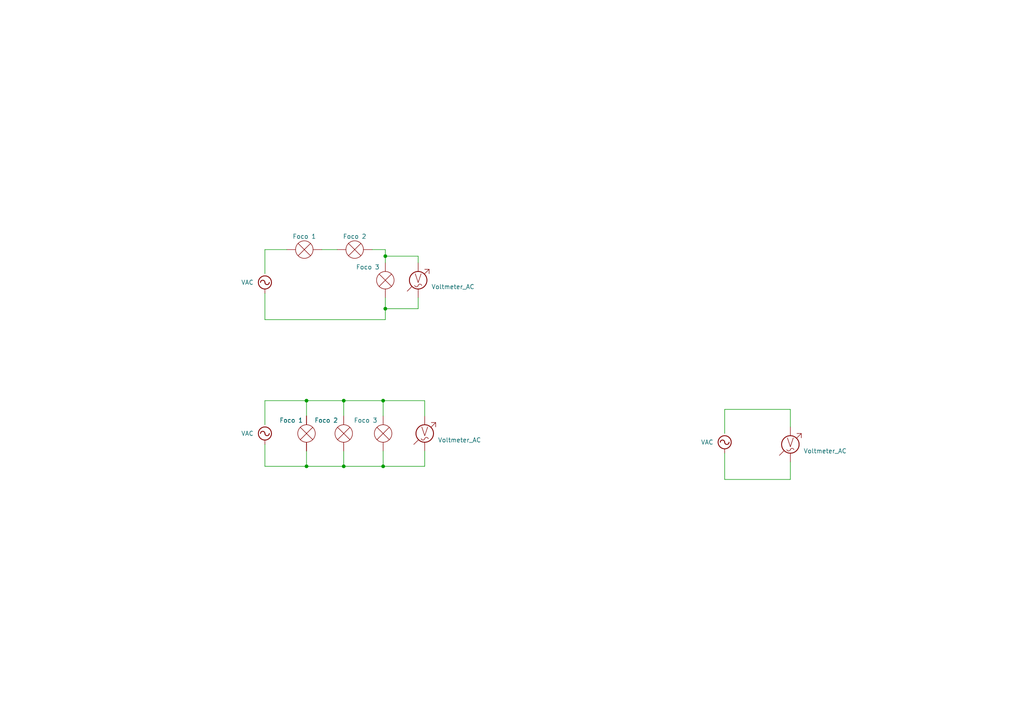
<source format=kicad_sch>
(kicad_sch (version 20230121) (generator eeschema)
  (paper "A4")
  (lib_symbols
    (symbol "Device:Lamp" (pin_numbers hide) (pin_names (offset 0.0254) hide)
      (property "Reference" "LA" (at 0.635 3.81 0))
      (property "Value" "Lamp" (at 0.635 -3.81 0))
      (symbol "Lamp_0_1"
        (polyline (pts (xy -1.778 1.778) (xy 1.778 -1.778)))
        (polyline (pts (xy 1.778 1.778) (xy -1.778 -1.778)))
        (circle (center 0 0) (radius 2.54))
      )
      (symbol "Lamp_1_1"
        (pin passive line (at 0 -5.08 90) (length 2.54) (name "-") (number "1"))
        (pin passive line (at 0 5.08 270) (length 2.54) (name "+") (number "2"))
      )
    )
    (symbol "Device:Voltmeter_AC" (pin_numbers hide) (pin_names (offset 0.0254) hide)
      (property "Reference" "MES" (at -3.302 1.016 0))
      (property "Value" "Voltmeter_AC" (at -3.302 -0.762 0))
      (symbol "Voltmeter_AC_0_0"
        (polyline (pts (xy -3.175 -3.175) (xy -1.905 -1.905)))
        (polyline (pts (xy 1.905 1.905) (xy 3.175 3.175)))
        (polyline (pts (xy 1.905 3.175) (xy 3.175 3.175) (xy 3.175 1.905)))
        (text "V" (at 0 0.508 0) (effects (font (size 2.54 2.54))))
      )
      (symbol "Voltmeter_AC_0_1"
        (arc (start -1.016 -1.524) (mid -0.508 -1.902) (end 0 -1.524))
        (circle (center 0 0) (radius 2.54) (stroke (width 0.254)))
        (arc (start 1.016 -1.524) (mid 0.508 -1.1274) (end 0 -1.524))
      )
      (symbol "Voltmeter_AC_1_1"
        (pin passive line (at 0 -5.08 90) (length 2.54) (name "~") (number "1"))
        (pin passive line (at 0 5.08 270) (length 2.54) (name "~") (number "2"))
      )
    )
    (symbol "power:VAC" (power) (pin_names (offset 0))
      (property "Value" "VAC" (at 0 6.35 0))
      (symbol "VAC_0_1"
        (polyline (pts (xy 0 0) (xy 0 1.27)))
        (arc (start 0 3.175) (mid -0.635 3.8073) (end -1.27 3.175) (stroke (width 0.254)))
        (arc (start 0 3.175) (mid 0.635 2.5427) (end 1.27 3.175) (stroke (width 0.254)))
        (circle (center 0 3.175) (radius 1.905) (stroke (width 0.254)))
      )
      (symbol "VAC_1_1"
        (pin power_in line (at 0 0 90) (length 0) hide (name "VAC") (number "1"))
      )
    )
  )
  (junction (at 111.125 116.205))
  (junction (at 88.9 116.205))
  (junction (at 99.695 135.255))
  (junction (at 111.76 89.535))
  (junction (at 99.695 116.205))
  (junction (at 111.76 74.295))
  (junction (at 111.125 135.255))
  (junction (at 88.9 135.255))
  (wire (pts (xy 93.345 72.39) (xy 97.79 72.39)))
  (wire (pts (xy 229.235 118.745) (xy 210.185 118.745)))
  (wire (pts (xy 229.235 123.825) (xy 229.235 118.745)))
  (wire (pts (xy 76.835 116.205) (xy 76.835 123.19)))
  (wire (pts (xy 111.76 89.535) (xy 121.285 89.535)))
  (wire (pts (xy 99.695 116.205) (xy 88.9 116.205)))
  (wire (pts (xy 111.125 116.205) (xy 123.19 116.205)))
  (wire (pts (xy 210.185 118.745) (xy 210.185 125.73)))
  (wire (pts (xy 229.235 139.065) (xy 210.185 139.065)))
  (wire (pts (xy 76.835 116.205) (xy 88.9 116.205)))
  (wire (pts (xy 229.235 133.985) (xy 229.235 139.065)))
  (wire (pts (xy 76.835 135.255) (xy 76.835 128.905)))
  (wire (pts (xy 210.185 139.065) (xy 210.185 131.445)))
  (wire (pts (xy 111.125 120.65) (xy 111.125 116.205)))
  (wire (pts (xy 99.695 116.205) (xy 111.125 116.205)))
  (wire (pts (xy 111.76 74.295) (xy 121.285 74.295)))
  (wire (pts (xy 111.76 74.295) (xy 111.76 76.2)))
  (wire (pts (xy 76.835 92.71) (xy 76.835 85.09)))
  (wire (pts (xy 76.835 92.71) (xy 111.76 92.71)))
  (wire (pts (xy 76.835 72.39) (xy 76.835 79.375)))
  (wire (pts (xy 111.125 130.81) (xy 111.125 135.255)))
  (wire (pts (xy 111.76 89.535) (xy 111.76 92.71)))
  (wire (pts (xy 123.19 130.81) (xy 123.19 135.255)))
  (wire (pts (xy 121.285 86.36) (xy 121.285 89.535)))
  (wire (pts (xy 88.9 120.65) (xy 88.9 116.205)))
  (wire (pts (xy 111.76 72.39) (xy 111.76 74.295)))
  (wire (pts (xy 99.695 135.255) (xy 88.9 135.255)))
  (wire (pts (xy 111.76 86.36) (xy 111.76 89.535)))
  (wire (pts (xy 107.95 72.39) (xy 111.76 72.39)))
  (wire (pts (xy 88.9 130.81) (xy 88.9 135.255)))
  (wire (pts (xy 111.125 135.255) (xy 99.695 135.255)))
  (wire (pts (xy 123.19 135.255) (xy 111.125 135.255)))
  (wire (pts (xy 99.695 120.65) (xy 99.695 116.205)))
  (wire (pts (xy 99.695 130.81) (xy 99.695 135.255)))
  (wire (pts (xy 76.835 72.39) (xy 83.185 72.39)))
  (wire (pts (xy 76.835 135.255) (xy 88.9 135.255)))
  (wire (pts (xy 123.19 120.65) (xy 123.19 116.205)))
  (wire (pts (xy 121.285 76.2) (xy 121.285 74.295)))
  (symbol (lib_id "Device:Lamp") (at 102.87 72.39 90) (unit 1)
    (property "Reference" "LA2" (effects hide))
    (property "Value" "Foco 2" (at 102.87 68.58 90))
  )
  (symbol (lib_id "Device:Lamp") (at 111.125 125.73 0) (unit 1)
    (property "Reference" "LA6" (effects hide))
    (property "Value" "Foco 3" (at 106.045 121.92 0))
  )
  (symbol (lib_id "Device:Voltmeter_AC") (at 123.19 125.73 0) (unit 1)
    (property "Reference" "MES3" (effects hide))
    (property "Value" "Voltmeter_AC" (at 127 127.635 0) (effects (justify left)))
  )
  (symbol (lib_id "power:VAC") (at 76.835 128.905 0) (unit 1)
    (property "Reference" "#PWR03" (effects hide))
    (property "Value" "VAC" (at 71.755 125.73 0))
  )
  (symbol (lib_id "power:VAC") (at 210.185 131.445 0) (unit 1)
    (property "Reference" "#PWR01" (effects hide))
    (property "Value" "VAC" (at 205.105 128.27 0))
  )
  (symbol (lib_id "Device:Lamp") (at 88.9 125.73 180) (unit 1)
    (property "Reference" "LA4" (effects hide))
    (property "Value" "Foco 1" (at 84.455 121.92 0))
  )
  (symbol (lib_id "Device:Voltmeter_AC") (at 229.235 128.905 0) (unit 1)
    (property "Reference" "MES1" (effects hide))
    (property "Value" "Voltmeter_AC" (at 233.045 130.81 0) (effects (justify left)))
  )
  (symbol (lib_id "Device:Lamp") (at 111.76 81.28 0) (unit 1)
    (property "Reference" "LA3" (effects hide))
    (property "Value" "Foco 3" (at 106.68 77.47 0))
  )
  (symbol (lib_id "Device:Voltmeter_AC") (at 121.285 81.28 0) (unit 1)
    (property "Reference" "MES2" (effects hide))
    (property "Value" "Voltmeter_AC" (at 125.095 83.185 0) (effects (justify left)))
  )
  (symbol (lib_id "Device:Lamp") (at 99.695 125.73 180) (unit 1)
    (property "Reference" "LA5" (effects hide))
    (property "Value" "Foco 2" (at 94.615 121.92 0))
  )
  (symbol (lib_id "Device:Lamp") (at 88.265 72.39 90) (unit 1)
    (property "Reference" "LA1" (effects hide))
    (property "Value" "Foco 1" (at 88.265 68.58 90))
  )
  (symbol (lib_id "power:VAC") (at 76.835 85.09 0) (unit 1)
    (property "Reference" "#PWR02" (effects hide))
    (property "Value" "VAC" (at 71.755 81.915 0))
  )
)
</source>
